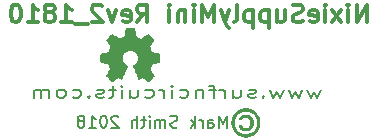
<source format=gbo>
G04 #@! TF.FileFunction,Legend,Bot*
%FSLAX46Y46*%
G04 Gerber Fmt 4.6, Leading zero omitted, Abs format (unit mm)*
G04 Created by KiCad (PCBNEW 4.0.6+dfsg1-1) date Wed Mar 14 23:58:12 2018*
%MOMM*%
%LPD*%
G01*
G04 APERTURE LIST*
%ADD10C,0.100000*%
%ADD11C,0.200000*%
%ADD12C,0.300000*%
%ADD13C,0.010000*%
%ADD14C,0.002540*%
G04 APERTURE END LIST*
D10*
D11*
X158622215Y-108465881D02*
X158622215Y-107465881D01*
X158288881Y-108180167D01*
X157955548Y-107465881D01*
X157955548Y-108465881D01*
X157050786Y-108465881D02*
X157050786Y-107942071D01*
X157098405Y-107846833D01*
X157193643Y-107799214D01*
X157384120Y-107799214D01*
X157479358Y-107846833D01*
X157050786Y-108418262D02*
X157146024Y-108465881D01*
X157384120Y-108465881D01*
X157479358Y-108418262D01*
X157526977Y-108323024D01*
X157526977Y-108227786D01*
X157479358Y-108132548D01*
X157384120Y-108084929D01*
X157146024Y-108084929D01*
X157050786Y-108037310D01*
X156574596Y-108465881D02*
X156574596Y-107799214D01*
X156574596Y-107989690D02*
X156526977Y-107894452D01*
X156479358Y-107846833D01*
X156384120Y-107799214D01*
X156288881Y-107799214D01*
X155955548Y-108465881D02*
X155955548Y-107465881D01*
X155860310Y-108084929D02*
X155574595Y-108465881D01*
X155574595Y-107799214D02*
X155955548Y-108180167D01*
X154431738Y-108418262D02*
X154288881Y-108465881D01*
X154050785Y-108465881D01*
X153955547Y-108418262D01*
X153907928Y-108370643D01*
X153860309Y-108275405D01*
X153860309Y-108180167D01*
X153907928Y-108084929D01*
X153955547Y-108037310D01*
X154050785Y-107989690D01*
X154241262Y-107942071D01*
X154336500Y-107894452D01*
X154384119Y-107846833D01*
X154431738Y-107751595D01*
X154431738Y-107656357D01*
X154384119Y-107561119D01*
X154336500Y-107513500D01*
X154241262Y-107465881D01*
X154003166Y-107465881D01*
X153860309Y-107513500D01*
X153431738Y-108465881D02*
X153431738Y-107799214D01*
X153431738Y-107894452D02*
X153384119Y-107846833D01*
X153288881Y-107799214D01*
X153146023Y-107799214D01*
X153050785Y-107846833D01*
X153003166Y-107942071D01*
X153003166Y-108465881D01*
X153003166Y-107942071D02*
X152955547Y-107846833D01*
X152860309Y-107799214D01*
X152717452Y-107799214D01*
X152622214Y-107846833D01*
X152574595Y-107942071D01*
X152574595Y-108465881D01*
X152098405Y-108465881D02*
X152098405Y-107799214D01*
X152098405Y-107465881D02*
X152146024Y-107513500D01*
X152098405Y-107561119D01*
X152050786Y-107513500D01*
X152098405Y-107465881D01*
X152098405Y-107561119D01*
X151765072Y-107799214D02*
X151384120Y-107799214D01*
X151622215Y-107465881D02*
X151622215Y-108323024D01*
X151574596Y-108418262D01*
X151479358Y-108465881D01*
X151384120Y-108465881D01*
X151050786Y-108465881D02*
X151050786Y-107465881D01*
X150622214Y-108465881D02*
X150622214Y-107942071D01*
X150669833Y-107846833D01*
X150765071Y-107799214D01*
X150907929Y-107799214D01*
X151003167Y-107846833D01*
X151050786Y-107894452D01*
X149431738Y-107561119D02*
X149384119Y-107513500D01*
X149288881Y-107465881D01*
X149050785Y-107465881D01*
X148955547Y-107513500D01*
X148907928Y-107561119D01*
X148860309Y-107656357D01*
X148860309Y-107751595D01*
X148907928Y-107894452D01*
X149479357Y-108465881D01*
X148860309Y-108465881D01*
X148241262Y-107465881D02*
X148146023Y-107465881D01*
X148050785Y-107513500D01*
X148003166Y-107561119D01*
X147955547Y-107656357D01*
X147907928Y-107846833D01*
X147907928Y-108084929D01*
X147955547Y-108275405D01*
X148003166Y-108370643D01*
X148050785Y-108418262D01*
X148146023Y-108465881D01*
X148241262Y-108465881D01*
X148336500Y-108418262D01*
X148384119Y-108370643D01*
X148431738Y-108275405D01*
X148479357Y-108084929D01*
X148479357Y-107846833D01*
X148431738Y-107656357D01*
X148384119Y-107561119D01*
X148336500Y-107513500D01*
X148241262Y-107465881D01*
X146955547Y-108465881D02*
X147526976Y-108465881D01*
X147241262Y-108465881D02*
X147241262Y-107465881D01*
X147336500Y-107608738D01*
X147431738Y-107703976D01*
X147526976Y-107751595D01*
X146384119Y-107894452D02*
X146479357Y-107846833D01*
X146526976Y-107799214D01*
X146574595Y-107703976D01*
X146574595Y-107656357D01*
X146526976Y-107561119D01*
X146479357Y-107513500D01*
X146384119Y-107465881D01*
X146193642Y-107465881D01*
X146098404Y-107513500D01*
X146050785Y-107561119D01*
X146003166Y-107656357D01*
X146003166Y-107703976D01*
X146050785Y-107799214D01*
X146098404Y-107846833D01*
X146193642Y-107894452D01*
X146384119Y-107894452D01*
X146479357Y-107942071D01*
X146526976Y-107989690D01*
X146574595Y-108084929D01*
X146574595Y-108275405D01*
X146526976Y-108370643D01*
X146479357Y-108418262D01*
X146384119Y-108465881D01*
X146193642Y-108465881D01*
X146098404Y-108418262D01*
X146050785Y-108370643D01*
X146003166Y-108275405D01*
X146003166Y-108084929D01*
X146050785Y-107989690D01*
X146098404Y-107942071D01*
X146193642Y-107894452D01*
X166582786Y-105259214D02*
X166297072Y-105925881D01*
X166011358Y-105449690D01*
X165725643Y-105925881D01*
X165439929Y-105259214D01*
X165011357Y-105259214D02*
X164725643Y-105925881D01*
X164439929Y-105449690D01*
X164154214Y-105925881D01*
X163868500Y-105259214D01*
X163439928Y-105259214D02*
X163154214Y-105925881D01*
X162868500Y-105449690D01*
X162582785Y-105925881D01*
X162297071Y-105259214D01*
X161725642Y-105830643D02*
X161654214Y-105878262D01*
X161725642Y-105925881D01*
X161797071Y-105878262D01*
X161725642Y-105830643D01*
X161725642Y-105925881D01*
X161082785Y-105878262D02*
X160939928Y-105925881D01*
X160654213Y-105925881D01*
X160511356Y-105878262D01*
X160439928Y-105783024D01*
X160439928Y-105735405D01*
X160511356Y-105640167D01*
X160654213Y-105592548D01*
X160868499Y-105592548D01*
X161011356Y-105544929D01*
X161082785Y-105449690D01*
X161082785Y-105402071D01*
X161011356Y-105306833D01*
X160868499Y-105259214D01*
X160654213Y-105259214D01*
X160511356Y-105306833D01*
X159154213Y-105259214D02*
X159154213Y-105925881D01*
X159797070Y-105259214D02*
X159797070Y-105783024D01*
X159725642Y-105878262D01*
X159582784Y-105925881D01*
X159368499Y-105925881D01*
X159225642Y-105878262D01*
X159154213Y-105830643D01*
X158439927Y-105925881D02*
X158439927Y-105259214D01*
X158439927Y-105449690D02*
X158368499Y-105354452D01*
X158297070Y-105306833D01*
X158154213Y-105259214D01*
X158011356Y-105259214D01*
X157725642Y-105259214D02*
X157154213Y-105259214D01*
X157511356Y-105925881D02*
X157511356Y-105068738D01*
X157439928Y-104973500D01*
X157297070Y-104925881D01*
X157154213Y-104925881D01*
X156654213Y-105259214D02*
X156654213Y-105925881D01*
X156654213Y-105354452D02*
X156582785Y-105306833D01*
X156439927Y-105259214D01*
X156225642Y-105259214D01*
X156082785Y-105306833D01*
X156011356Y-105402071D01*
X156011356Y-105925881D01*
X154654213Y-105878262D02*
X154797070Y-105925881D01*
X155082784Y-105925881D01*
X155225642Y-105878262D01*
X155297070Y-105830643D01*
X155368499Y-105735405D01*
X155368499Y-105449690D01*
X155297070Y-105354452D01*
X155225642Y-105306833D01*
X155082784Y-105259214D01*
X154797070Y-105259214D01*
X154654213Y-105306833D01*
X154011356Y-105925881D02*
X154011356Y-105259214D01*
X154011356Y-104925881D02*
X154082785Y-104973500D01*
X154011356Y-105021119D01*
X153939928Y-104973500D01*
X154011356Y-104925881D01*
X154011356Y-105021119D01*
X153297070Y-105925881D02*
X153297070Y-105259214D01*
X153297070Y-105449690D02*
X153225642Y-105354452D01*
X153154213Y-105306833D01*
X153011356Y-105259214D01*
X152868499Y-105259214D01*
X151725642Y-105878262D02*
X151868499Y-105925881D01*
X152154213Y-105925881D01*
X152297071Y-105878262D01*
X152368499Y-105830643D01*
X152439928Y-105735405D01*
X152439928Y-105449690D01*
X152368499Y-105354452D01*
X152297071Y-105306833D01*
X152154213Y-105259214D01*
X151868499Y-105259214D01*
X151725642Y-105306833D01*
X150439928Y-105259214D02*
X150439928Y-105925881D01*
X151082785Y-105259214D02*
X151082785Y-105783024D01*
X151011357Y-105878262D01*
X150868499Y-105925881D01*
X150654214Y-105925881D01*
X150511357Y-105878262D01*
X150439928Y-105830643D01*
X149725642Y-105925881D02*
X149725642Y-105259214D01*
X149725642Y-104925881D02*
X149797071Y-104973500D01*
X149725642Y-105021119D01*
X149654214Y-104973500D01*
X149725642Y-104925881D01*
X149725642Y-105021119D01*
X149225642Y-105259214D02*
X148654213Y-105259214D01*
X149011356Y-104925881D02*
X149011356Y-105783024D01*
X148939928Y-105878262D01*
X148797070Y-105925881D01*
X148654213Y-105925881D01*
X148225642Y-105878262D02*
X148082785Y-105925881D01*
X147797070Y-105925881D01*
X147654213Y-105878262D01*
X147582785Y-105783024D01*
X147582785Y-105735405D01*
X147654213Y-105640167D01*
X147797070Y-105592548D01*
X148011356Y-105592548D01*
X148154213Y-105544929D01*
X148225642Y-105449690D01*
X148225642Y-105402071D01*
X148154213Y-105306833D01*
X148011356Y-105259214D01*
X147797070Y-105259214D01*
X147654213Y-105306833D01*
X146939927Y-105830643D02*
X146868499Y-105878262D01*
X146939927Y-105925881D01*
X147011356Y-105878262D01*
X146939927Y-105830643D01*
X146939927Y-105925881D01*
X145582784Y-105878262D02*
X145725641Y-105925881D01*
X146011355Y-105925881D01*
X146154213Y-105878262D01*
X146225641Y-105830643D01*
X146297070Y-105735405D01*
X146297070Y-105449690D01*
X146225641Y-105354452D01*
X146154213Y-105306833D01*
X146011355Y-105259214D01*
X145725641Y-105259214D01*
X145582784Y-105306833D01*
X144725641Y-105925881D02*
X144868499Y-105878262D01*
X144939927Y-105830643D01*
X145011356Y-105735405D01*
X145011356Y-105449690D01*
X144939927Y-105354452D01*
X144868499Y-105306833D01*
X144725641Y-105259214D01*
X144511356Y-105259214D01*
X144368499Y-105306833D01*
X144297070Y-105354452D01*
X144225641Y-105449690D01*
X144225641Y-105735405D01*
X144297070Y-105830643D01*
X144368499Y-105878262D01*
X144511356Y-105925881D01*
X144725641Y-105925881D01*
X143582784Y-105925881D02*
X143582784Y-105259214D01*
X143582784Y-105354452D02*
X143511356Y-105306833D01*
X143368498Y-105259214D01*
X143154213Y-105259214D01*
X143011356Y-105306833D01*
X142939927Y-105402071D01*
X142939927Y-105925881D01*
X142939927Y-105402071D02*
X142868498Y-105306833D01*
X142725641Y-105259214D01*
X142511356Y-105259214D01*
X142368498Y-105306833D01*
X142297070Y-105402071D01*
X142297070Y-105925881D01*
D12*
X170483713Y-99548071D02*
X170483713Y-98048071D01*
X169626570Y-99548071D01*
X169626570Y-98048071D01*
X168912284Y-99548071D02*
X168912284Y-98548071D01*
X168912284Y-98048071D02*
X168983713Y-98119500D01*
X168912284Y-98190929D01*
X168840856Y-98119500D01*
X168912284Y-98048071D01*
X168912284Y-98190929D01*
X168340855Y-99548071D02*
X167555141Y-98548071D01*
X168340855Y-98548071D02*
X167555141Y-99548071D01*
X166983712Y-99548071D02*
X166983712Y-98548071D01*
X166983712Y-98048071D02*
X167055141Y-98119500D01*
X166983712Y-98190929D01*
X166912284Y-98119500D01*
X166983712Y-98048071D01*
X166983712Y-98190929D01*
X165697998Y-99476643D02*
X165840855Y-99548071D01*
X166126569Y-99548071D01*
X166269426Y-99476643D01*
X166340855Y-99333786D01*
X166340855Y-98762357D01*
X166269426Y-98619500D01*
X166126569Y-98548071D01*
X165840855Y-98548071D01*
X165697998Y-98619500D01*
X165626569Y-98762357D01*
X165626569Y-98905214D01*
X166340855Y-99048071D01*
X165055141Y-99476643D02*
X164840855Y-99548071D01*
X164483712Y-99548071D01*
X164340855Y-99476643D01*
X164269426Y-99405214D01*
X164197998Y-99262357D01*
X164197998Y-99119500D01*
X164269426Y-98976643D01*
X164340855Y-98905214D01*
X164483712Y-98833786D01*
X164769426Y-98762357D01*
X164912284Y-98690929D01*
X164983712Y-98619500D01*
X165055141Y-98476643D01*
X165055141Y-98333786D01*
X164983712Y-98190929D01*
X164912284Y-98119500D01*
X164769426Y-98048071D01*
X164412284Y-98048071D01*
X164197998Y-98119500D01*
X162912284Y-98548071D02*
X162912284Y-99548071D01*
X163555141Y-98548071D02*
X163555141Y-99333786D01*
X163483713Y-99476643D01*
X163340855Y-99548071D01*
X163126570Y-99548071D01*
X162983713Y-99476643D01*
X162912284Y-99405214D01*
X162197998Y-98548071D02*
X162197998Y-100048071D01*
X162197998Y-98619500D02*
X162055141Y-98548071D01*
X161769427Y-98548071D01*
X161626570Y-98619500D01*
X161555141Y-98690929D01*
X161483712Y-98833786D01*
X161483712Y-99262357D01*
X161555141Y-99405214D01*
X161626570Y-99476643D01*
X161769427Y-99548071D01*
X162055141Y-99548071D01*
X162197998Y-99476643D01*
X160840855Y-98548071D02*
X160840855Y-100048071D01*
X160840855Y-98619500D02*
X160697998Y-98548071D01*
X160412284Y-98548071D01*
X160269427Y-98619500D01*
X160197998Y-98690929D01*
X160126569Y-98833786D01*
X160126569Y-99262357D01*
X160197998Y-99405214D01*
X160269427Y-99476643D01*
X160412284Y-99548071D01*
X160697998Y-99548071D01*
X160840855Y-99476643D01*
X159269426Y-99548071D02*
X159412284Y-99476643D01*
X159483712Y-99333786D01*
X159483712Y-98048071D01*
X158840855Y-98548071D02*
X158483712Y-99548071D01*
X158126570Y-98548071D02*
X158483712Y-99548071D01*
X158626570Y-99905214D01*
X158697998Y-99976643D01*
X158840855Y-100048071D01*
X157555141Y-99548071D02*
X157555141Y-98048071D01*
X157055141Y-99119500D01*
X156555141Y-98048071D01*
X156555141Y-99548071D01*
X155840855Y-99548071D02*
X155840855Y-98548071D01*
X155840855Y-98048071D02*
X155912284Y-98119500D01*
X155840855Y-98190929D01*
X155769427Y-98119500D01*
X155840855Y-98048071D01*
X155840855Y-98190929D01*
X155126569Y-98548071D02*
X155126569Y-99548071D01*
X155126569Y-98690929D02*
X155055141Y-98619500D01*
X154912283Y-98548071D01*
X154697998Y-98548071D01*
X154555141Y-98619500D01*
X154483712Y-98762357D01*
X154483712Y-99548071D01*
X153769426Y-99548071D02*
X153769426Y-98548071D01*
X153769426Y-98048071D02*
X153840855Y-98119500D01*
X153769426Y-98190929D01*
X153697998Y-98119500D01*
X153769426Y-98048071D01*
X153769426Y-98190929D01*
X151055140Y-99548071D02*
X151555140Y-98833786D01*
X151912283Y-99548071D02*
X151912283Y-98048071D01*
X151340855Y-98048071D01*
X151197997Y-98119500D01*
X151126569Y-98190929D01*
X151055140Y-98333786D01*
X151055140Y-98548071D01*
X151126569Y-98690929D01*
X151197997Y-98762357D01*
X151340855Y-98833786D01*
X151912283Y-98833786D01*
X149840855Y-99476643D02*
X149983712Y-99548071D01*
X150269426Y-99548071D01*
X150412283Y-99476643D01*
X150483712Y-99333786D01*
X150483712Y-98762357D01*
X150412283Y-98619500D01*
X150269426Y-98548071D01*
X149983712Y-98548071D01*
X149840855Y-98619500D01*
X149769426Y-98762357D01*
X149769426Y-98905214D01*
X150483712Y-99048071D01*
X149269426Y-98548071D02*
X148912283Y-99548071D01*
X148555141Y-98548071D01*
X148055141Y-98190929D02*
X147983712Y-98119500D01*
X147840855Y-98048071D01*
X147483712Y-98048071D01*
X147340855Y-98119500D01*
X147269426Y-98190929D01*
X147197998Y-98333786D01*
X147197998Y-98476643D01*
X147269426Y-98690929D01*
X148126569Y-99548071D01*
X147197998Y-99548071D01*
X146912284Y-99690929D02*
X145769427Y-99690929D01*
X144626570Y-99548071D02*
X145483713Y-99548071D01*
X145055141Y-99548071D02*
X145055141Y-98048071D01*
X145197998Y-98262357D01*
X145340856Y-98405214D01*
X145483713Y-98476643D01*
X143769427Y-98690929D02*
X143912285Y-98619500D01*
X143983713Y-98548071D01*
X144055142Y-98405214D01*
X144055142Y-98333786D01*
X143983713Y-98190929D01*
X143912285Y-98119500D01*
X143769427Y-98048071D01*
X143483713Y-98048071D01*
X143340856Y-98119500D01*
X143269427Y-98190929D01*
X143197999Y-98333786D01*
X143197999Y-98405214D01*
X143269427Y-98548071D01*
X143340856Y-98619500D01*
X143483713Y-98690929D01*
X143769427Y-98690929D01*
X143912285Y-98762357D01*
X143983713Y-98833786D01*
X144055142Y-98976643D01*
X144055142Y-99262357D01*
X143983713Y-99405214D01*
X143912285Y-99476643D01*
X143769427Y-99548071D01*
X143483713Y-99548071D01*
X143340856Y-99476643D01*
X143269427Y-99405214D01*
X143197999Y-99262357D01*
X143197999Y-98976643D01*
X143269427Y-98833786D01*
X143340856Y-98762357D01*
X143483713Y-98690929D01*
X141769428Y-99548071D02*
X142626571Y-99548071D01*
X142197999Y-99548071D02*
X142197999Y-98048071D01*
X142340856Y-98262357D01*
X142483714Y-98405214D01*
X142626571Y-98476643D01*
X140840857Y-98048071D02*
X140698000Y-98048071D01*
X140555143Y-98119500D01*
X140483714Y-98190929D01*
X140412285Y-98333786D01*
X140340857Y-98619500D01*
X140340857Y-98976643D01*
X140412285Y-99262357D01*
X140483714Y-99405214D01*
X140555143Y-99476643D01*
X140698000Y-99548071D01*
X140840857Y-99548071D01*
X140983714Y-99476643D01*
X141055143Y-99405214D01*
X141126571Y-99262357D01*
X141198000Y-98976643D01*
X141198000Y-98619500D01*
X141126571Y-98333786D01*
X141055143Y-98190929D01*
X140983714Y-98119500D01*
X140840857Y-98048071D01*
D13*
G36*
X160156083Y-106836083D02*
X160082866Y-106838580D01*
X160016419Y-106843378D01*
X159960670Y-106850501D01*
X159941214Y-106854229D01*
X159908600Y-106863099D01*
X159865146Y-106877393D01*
X159815395Y-106895460D01*
X159763891Y-106915651D01*
X159715200Y-106936306D01*
X159680305Y-106952814D01*
X159639919Y-106973489D01*
X159597681Y-106996286D01*
X159557233Y-107019162D01*
X159522215Y-107040073D01*
X159496269Y-107056975D01*
X159485616Y-107065180D01*
X159474375Y-107074962D01*
X159454848Y-107091653D01*
X159436077Y-107107567D01*
X159345411Y-107194192D01*
X159262320Y-107293696D01*
X159189282Y-107402811D01*
X159135044Y-107504712D01*
X159087616Y-107615547D01*
X159053081Y-107720220D01*
X159030530Y-107822377D01*
X159019053Y-107925664D01*
X159017211Y-107976548D01*
X159016315Y-108017096D01*
X159014917Y-108051951D01*
X159013211Y-108077327D01*
X159011446Y-108089307D01*
X159011511Y-108102077D01*
X159014072Y-108105010D01*
X159017936Y-108115297D01*
X159019897Y-108136597D01*
X159019907Y-108150316D01*
X159020818Y-108176572D01*
X159024448Y-108196330D01*
X159026920Y-108201513D01*
X159031837Y-108214464D01*
X159030774Y-108218710D01*
X159029712Y-108232241D01*
X159033539Y-108258466D01*
X159041463Y-108294127D01*
X159052696Y-108335964D01*
X159066447Y-108380718D01*
X159078591Y-108416047D01*
X159118484Y-108513802D01*
X159167474Y-108613865D01*
X159221435Y-108707962D01*
X159233936Y-108727614D01*
X159275280Y-108783838D01*
X159327697Y-108843758D01*
X159387152Y-108903418D01*
X159449614Y-108958863D01*
X159511047Y-109006136D01*
X159533036Y-109020974D01*
X159590881Y-109055629D01*
X159657286Y-109091059D01*
X159726742Y-109124610D01*
X159793740Y-109153626D01*
X159852769Y-109175451D01*
X159854900Y-109176141D01*
X159960946Y-109203439D01*
X160075791Y-109220801D01*
X160194287Y-109227896D01*
X160311284Y-109224388D01*
X160409872Y-109212097D01*
X160500112Y-109191292D01*
X160599063Y-109159473D01*
X160703568Y-109117703D01*
X160745199Y-109098923D01*
X160835465Y-109052108D01*
X160915087Y-108999873D01*
X160989433Y-108938915D01*
X161015026Y-108915840D01*
X161036013Y-108896928D01*
X161049060Y-108885182D01*
X161051276Y-108883193D01*
X161093315Y-108840505D01*
X161138460Y-108785852D01*
X161183960Y-108723158D01*
X161227064Y-108656344D01*
X161265021Y-108589335D01*
X161283586Y-108551941D01*
X161307702Y-108498920D01*
X161326311Y-108453816D01*
X161341126Y-108411360D01*
X161353863Y-108366284D01*
X161366236Y-108313321D01*
X161375335Y-108270018D01*
X161385149Y-108218893D01*
X161391781Y-108174883D01*
X161395799Y-108131960D01*
X161397496Y-108090715D01*
X161199884Y-108090715D01*
X161198149Y-108126038D01*
X161194115Y-108160777D01*
X161187389Y-108200368D01*
X161180919Y-108233634D01*
X161170058Y-108286622D01*
X161160638Y-108327515D01*
X161151132Y-108360889D01*
X161140012Y-108391321D01*
X161125750Y-108423387D01*
X161106820Y-108461663D01*
X161100995Y-108473099D01*
X161060226Y-108548351D01*
X161020116Y-108611962D01*
X160977236Y-108668721D01*
X160928156Y-108723421D01*
X160905300Y-108746508D01*
X160808713Y-108829967D01*
X160701548Y-108900548D01*
X160584830Y-108957713D01*
X160459579Y-109000920D01*
X160392533Y-109017453D01*
X160328493Y-109027284D01*
X160254299Y-109032307D01*
X160176031Y-109032527D01*
X160099769Y-109027949D01*
X160031594Y-109018579D01*
X160024233Y-109017130D01*
X159974681Y-109006416D01*
X159931479Y-108995400D01*
X159891518Y-108982795D01*
X159851683Y-108967315D01*
X159808865Y-108947675D01*
X159759951Y-108922588D01*
X159701830Y-108890767D01*
X159655933Y-108864895D01*
X159586634Y-108817679D01*
X159518166Y-108756188D01*
X159452488Y-108683044D01*
X159391563Y-108600869D01*
X159337350Y-108512282D01*
X159291810Y-108419906D01*
X159259713Y-108335234D01*
X159239251Y-108266478D01*
X159225345Y-108205082D01*
X159217197Y-108145104D01*
X159214006Y-108080600D01*
X159214976Y-108005626D01*
X159215066Y-108003004D01*
X159217309Y-107954019D01*
X159220413Y-107906980D01*
X159224015Y-107866422D01*
X159227750Y-107836877D01*
X159228863Y-107830741D01*
X159254130Y-107736687D01*
X159291165Y-107639599D01*
X159337789Y-107543584D01*
X159391823Y-107452746D01*
X159451088Y-107371193D01*
X159504119Y-107312069D01*
X159563618Y-107259626D01*
X159635108Y-107207477D01*
X159713986Y-107158308D01*
X159795649Y-107114804D01*
X159875493Y-107079650D01*
X159939566Y-107058041D01*
X159997341Y-107045355D01*
X160065853Y-107035715D01*
X160139921Y-107029408D01*
X160214364Y-107026718D01*
X160284001Y-107027932D01*
X160343653Y-107033335D01*
X160354995Y-107035127D01*
X160387486Y-107040464D01*
X160418345Y-107045039D01*
X160430633Y-107046639D01*
X160469466Y-107054972D01*
X160518909Y-107071270D01*
X160575541Y-107094021D01*
X160635943Y-107121709D01*
X160696692Y-107152822D01*
X160754368Y-107185845D01*
X160776526Y-107199709D01*
X160861008Y-107263443D01*
X160939698Y-107341162D01*
X161010947Y-107430433D01*
X161073108Y-107528822D01*
X161124532Y-107633897D01*
X161163572Y-107743225D01*
X161175716Y-107789134D01*
X161182247Y-107817458D01*
X161187025Y-107841344D01*
X161190471Y-107864702D01*
X161193004Y-107891441D01*
X161195046Y-107925473D01*
X161197018Y-107970707D01*
X161198025Y-107996567D01*
X161199711Y-108049371D01*
X161199884Y-108090715D01*
X161397496Y-108090715D01*
X161397769Y-108084098D01*
X161398258Y-108026200D01*
X161396522Y-107942679D01*
X161391495Y-107874042D01*
X161384509Y-107827234D01*
X161377552Y-107792232D01*
X161371525Y-107761063D01*
X161367549Y-107739538D01*
X161367108Y-107736960D01*
X161360513Y-107712410D01*
X161353897Y-107696743D01*
X161348116Y-107683277D01*
X161348464Y-107679067D01*
X161348653Y-107671890D01*
X161343410Y-107652716D01*
X161334038Y-107625085D01*
X161321843Y-107592535D01*
X161308130Y-107558606D01*
X161294204Y-107526836D01*
X161286015Y-107509734D01*
X161216819Y-107385966D01*
X161139705Y-107276088D01*
X161053021Y-107178256D01*
X160955116Y-107090630D01*
X160844340Y-107011368D01*
X160832599Y-107003899D01*
X160782642Y-106975479D01*
X160721696Y-106945477D01*
X160655082Y-106916143D01*
X160588123Y-106889730D01*
X160526140Y-106868490D01*
X160486259Y-106857343D01*
X160438103Y-106848667D01*
X160377079Y-106842180D01*
X160307117Y-106837906D01*
X160232142Y-106835866D01*
X160156083Y-106836083D01*
X160156083Y-106836083D01*
G37*
X160156083Y-106836083D02*
X160082866Y-106838580D01*
X160016419Y-106843378D01*
X159960670Y-106850501D01*
X159941214Y-106854229D01*
X159908600Y-106863099D01*
X159865146Y-106877393D01*
X159815395Y-106895460D01*
X159763891Y-106915651D01*
X159715200Y-106936306D01*
X159680305Y-106952814D01*
X159639919Y-106973489D01*
X159597681Y-106996286D01*
X159557233Y-107019162D01*
X159522215Y-107040073D01*
X159496269Y-107056975D01*
X159485616Y-107065180D01*
X159474375Y-107074962D01*
X159454848Y-107091653D01*
X159436077Y-107107567D01*
X159345411Y-107194192D01*
X159262320Y-107293696D01*
X159189282Y-107402811D01*
X159135044Y-107504712D01*
X159087616Y-107615547D01*
X159053081Y-107720220D01*
X159030530Y-107822377D01*
X159019053Y-107925664D01*
X159017211Y-107976548D01*
X159016315Y-108017096D01*
X159014917Y-108051951D01*
X159013211Y-108077327D01*
X159011446Y-108089307D01*
X159011511Y-108102077D01*
X159014072Y-108105010D01*
X159017936Y-108115297D01*
X159019897Y-108136597D01*
X159019907Y-108150316D01*
X159020818Y-108176572D01*
X159024448Y-108196330D01*
X159026920Y-108201513D01*
X159031837Y-108214464D01*
X159030774Y-108218710D01*
X159029712Y-108232241D01*
X159033539Y-108258466D01*
X159041463Y-108294127D01*
X159052696Y-108335964D01*
X159066447Y-108380718D01*
X159078591Y-108416047D01*
X159118484Y-108513802D01*
X159167474Y-108613865D01*
X159221435Y-108707962D01*
X159233936Y-108727614D01*
X159275280Y-108783838D01*
X159327697Y-108843758D01*
X159387152Y-108903418D01*
X159449614Y-108958863D01*
X159511047Y-109006136D01*
X159533036Y-109020974D01*
X159590881Y-109055629D01*
X159657286Y-109091059D01*
X159726742Y-109124610D01*
X159793740Y-109153626D01*
X159852769Y-109175451D01*
X159854900Y-109176141D01*
X159960946Y-109203439D01*
X160075791Y-109220801D01*
X160194287Y-109227896D01*
X160311284Y-109224388D01*
X160409872Y-109212097D01*
X160500112Y-109191292D01*
X160599063Y-109159473D01*
X160703568Y-109117703D01*
X160745199Y-109098923D01*
X160835465Y-109052108D01*
X160915087Y-108999873D01*
X160989433Y-108938915D01*
X161015026Y-108915840D01*
X161036013Y-108896928D01*
X161049060Y-108885182D01*
X161051276Y-108883193D01*
X161093315Y-108840505D01*
X161138460Y-108785852D01*
X161183960Y-108723158D01*
X161227064Y-108656344D01*
X161265021Y-108589335D01*
X161283586Y-108551941D01*
X161307702Y-108498920D01*
X161326311Y-108453816D01*
X161341126Y-108411360D01*
X161353863Y-108366284D01*
X161366236Y-108313321D01*
X161375335Y-108270018D01*
X161385149Y-108218893D01*
X161391781Y-108174883D01*
X161395799Y-108131960D01*
X161397496Y-108090715D01*
X161199884Y-108090715D01*
X161198149Y-108126038D01*
X161194115Y-108160777D01*
X161187389Y-108200368D01*
X161180919Y-108233634D01*
X161170058Y-108286622D01*
X161160638Y-108327515D01*
X161151132Y-108360889D01*
X161140012Y-108391321D01*
X161125750Y-108423387D01*
X161106820Y-108461663D01*
X161100995Y-108473099D01*
X161060226Y-108548351D01*
X161020116Y-108611962D01*
X160977236Y-108668721D01*
X160928156Y-108723421D01*
X160905300Y-108746508D01*
X160808713Y-108829967D01*
X160701548Y-108900548D01*
X160584830Y-108957713D01*
X160459579Y-109000920D01*
X160392533Y-109017453D01*
X160328493Y-109027284D01*
X160254299Y-109032307D01*
X160176031Y-109032527D01*
X160099769Y-109027949D01*
X160031594Y-109018579D01*
X160024233Y-109017130D01*
X159974681Y-109006416D01*
X159931479Y-108995400D01*
X159891518Y-108982795D01*
X159851683Y-108967315D01*
X159808865Y-108947675D01*
X159759951Y-108922588D01*
X159701830Y-108890767D01*
X159655933Y-108864895D01*
X159586634Y-108817679D01*
X159518166Y-108756188D01*
X159452488Y-108683044D01*
X159391563Y-108600869D01*
X159337350Y-108512282D01*
X159291810Y-108419906D01*
X159259713Y-108335234D01*
X159239251Y-108266478D01*
X159225345Y-108205082D01*
X159217197Y-108145104D01*
X159214006Y-108080600D01*
X159214976Y-108005626D01*
X159215066Y-108003004D01*
X159217309Y-107954019D01*
X159220413Y-107906980D01*
X159224015Y-107866422D01*
X159227750Y-107836877D01*
X159228863Y-107830741D01*
X159254130Y-107736687D01*
X159291165Y-107639599D01*
X159337789Y-107543584D01*
X159391823Y-107452746D01*
X159451088Y-107371193D01*
X159504119Y-107312069D01*
X159563618Y-107259626D01*
X159635108Y-107207477D01*
X159713986Y-107158308D01*
X159795649Y-107114804D01*
X159875493Y-107079650D01*
X159939566Y-107058041D01*
X159997341Y-107045355D01*
X160065853Y-107035715D01*
X160139921Y-107029408D01*
X160214364Y-107026718D01*
X160284001Y-107027932D01*
X160343653Y-107033335D01*
X160354995Y-107035127D01*
X160387486Y-107040464D01*
X160418345Y-107045039D01*
X160430633Y-107046639D01*
X160469466Y-107054972D01*
X160518909Y-107071270D01*
X160575541Y-107094021D01*
X160635943Y-107121709D01*
X160696692Y-107152822D01*
X160754368Y-107185845D01*
X160776526Y-107199709D01*
X160861008Y-107263443D01*
X160939698Y-107341162D01*
X161010947Y-107430433D01*
X161073108Y-107528822D01*
X161124532Y-107633897D01*
X161163572Y-107743225D01*
X161175716Y-107789134D01*
X161182247Y-107817458D01*
X161187025Y-107841344D01*
X161190471Y-107864702D01*
X161193004Y-107891441D01*
X161195046Y-107925473D01*
X161197018Y-107970707D01*
X161198025Y-107996567D01*
X161199711Y-108049371D01*
X161199884Y-108090715D01*
X161397496Y-108090715D01*
X161397769Y-108084098D01*
X161398258Y-108026200D01*
X161396522Y-107942679D01*
X161391495Y-107874042D01*
X161384509Y-107827234D01*
X161377552Y-107792232D01*
X161371525Y-107761063D01*
X161367549Y-107739538D01*
X161367108Y-107736960D01*
X161360513Y-107712410D01*
X161353897Y-107696743D01*
X161348116Y-107683277D01*
X161348464Y-107679067D01*
X161348653Y-107671890D01*
X161343410Y-107652716D01*
X161334038Y-107625085D01*
X161321843Y-107592535D01*
X161308130Y-107558606D01*
X161294204Y-107526836D01*
X161286015Y-107509734D01*
X161216819Y-107385966D01*
X161139705Y-107276088D01*
X161053021Y-107178256D01*
X160955116Y-107090630D01*
X160844340Y-107011368D01*
X160832599Y-107003899D01*
X160782642Y-106975479D01*
X160721696Y-106945477D01*
X160655082Y-106916143D01*
X160588123Y-106889730D01*
X160526140Y-106868490D01*
X160486259Y-106857343D01*
X160438103Y-106848667D01*
X160377079Y-106842180D01*
X160307117Y-106837906D01*
X160232142Y-106835866D01*
X160156083Y-106836083D01*
G36*
X160095635Y-107361796D02*
X160047112Y-107368873D01*
X159958040Y-107395702D01*
X159876331Y-107437263D01*
X159803478Y-107492407D01*
X159740973Y-107559981D01*
X159690309Y-107638837D01*
X159685991Y-107647220D01*
X159670502Y-107678889D01*
X159658933Y-107704398D01*
X159652760Y-107720376D01*
X159652308Y-107724034D01*
X159661951Y-107727577D01*
X159683674Y-107734067D01*
X159713133Y-107742330D01*
X159745985Y-107751193D01*
X159777884Y-107759483D01*
X159804488Y-107766028D01*
X159821033Y-107769584D01*
X159834101Y-107769620D01*
X159845064Y-107762357D01*
X159857410Y-107744631D01*
X159866604Y-107728264D01*
X159910988Y-107662911D01*
X159965792Y-107610814D01*
X160030537Y-107572270D01*
X160104742Y-107547577D01*
X160174156Y-107537748D01*
X160238197Y-107537527D01*
X160298226Y-107544852D01*
X160350196Y-107558951D01*
X160389607Y-107578738D01*
X160406526Y-107589567D01*
X160416785Y-107594385D01*
X160417026Y-107594400D01*
X160429824Y-107600518D01*
X160449986Y-107616732D01*
X160474407Y-107639830D01*
X160499977Y-107666601D01*
X160523591Y-107693835D01*
X160542140Y-107718320D01*
X160550606Y-107732427D01*
X160572514Y-107779677D01*
X160585312Y-107813622D01*
X160588636Y-107827234D01*
X160592219Y-107845254D01*
X160598153Y-107871909D01*
X160601579Y-107886500D01*
X160607303Y-107922884D01*
X160610712Y-107971131D01*
X160611862Y-108026335D01*
X160610810Y-108083593D01*
X160607613Y-108138002D01*
X160602327Y-108184656D01*
X160597862Y-108208234D01*
X160584035Y-108261916D01*
X160570421Y-108303462D01*
X160555137Y-108337537D01*
X160536300Y-108368807D01*
X160528591Y-108379852D01*
X160478302Y-108435958D01*
X160417849Y-108478612D01*
X160347536Y-108507675D01*
X160267665Y-108523007D01*
X160213430Y-108525555D01*
X160130011Y-108517765D01*
X160053541Y-108495326D01*
X159985304Y-108459014D01*
X159926583Y-108409609D01*
X159878659Y-108347887D01*
X159857897Y-108310073D01*
X159844307Y-108280495D01*
X159834261Y-108256101D01*
X159829618Y-108241459D01*
X159829500Y-108240223D01*
X159825154Y-108232158D01*
X159810733Y-108230194D01*
X159784165Y-108234365D01*
X159755416Y-108241435D01*
X159730977Y-108247437D01*
X159714832Y-108250438D01*
X159710966Y-108250233D01*
X159704069Y-108251232D01*
X159686795Y-108257385D01*
X159679216Y-108260464D01*
X159658901Y-108268536D01*
X159646660Y-108272611D01*
X159645350Y-108272732D01*
X159636230Y-108272545D01*
X159634598Y-108284902D01*
X159640414Y-108310968D01*
X159643704Y-108321951D01*
X159654435Y-108352429D01*
X159668152Y-108385863D01*
X159683068Y-108418543D01*
X159697397Y-108446758D01*
X159709351Y-108466801D01*
X159717143Y-108474961D01*
X159717438Y-108474992D01*
X159725484Y-108481442D01*
X159738547Y-108497656D01*
X159744833Y-108506659D01*
X159764589Y-108532283D01*
X159786623Y-108555596D01*
X159791023Y-108559518D01*
X159813932Y-108579382D01*
X159835374Y-108598587D01*
X159836417Y-108599546D01*
X159855785Y-108614486D01*
X159872777Y-108623400D01*
X159885943Y-108630687D01*
X159888766Y-108635631D01*
X159896331Y-108642415D01*
X159916663Y-108652420D01*
X159946216Y-108664320D01*
X159981445Y-108676792D01*
X160018806Y-108688509D01*
X160054754Y-108698146D01*
X160058100Y-108698936D01*
X160090483Y-108704103D01*
X160134384Y-108707937D01*
X160184427Y-108710285D01*
X160235237Y-108710991D01*
X160281440Y-108709904D01*
X160317661Y-108706869D01*
X160320566Y-108706446D01*
X160363229Y-108697587D01*
X160411691Y-108683941D01*
X160459862Y-108667526D01*
X160501651Y-108650365D01*
X160523766Y-108639035D01*
X160600533Y-108584985D01*
X160670557Y-108517653D01*
X160707658Y-108472450D01*
X160727682Y-108444956D01*
X160743070Y-108422438D01*
X160751479Y-108408388D01*
X160752366Y-108405847D01*
X160755817Y-108395228D01*
X160764842Y-108374131D01*
X160776816Y-108348530D01*
X160788784Y-108322562D01*
X160796500Y-108303328D01*
X160798295Y-108295084D01*
X160798763Y-108286014D01*
X160803066Y-108265668D01*
X160808220Y-108245940D01*
X160815858Y-108207610D01*
X160821585Y-108156864D01*
X160825302Y-108098124D01*
X160826911Y-108035811D01*
X160826313Y-107974345D01*
X160823409Y-107918148D01*
X160818101Y-107871640D01*
X160816746Y-107863907D01*
X160808731Y-107825983D01*
X160799756Y-107790422D01*
X160791452Y-107763535D01*
X160789518Y-107758537D01*
X160780116Y-107733969D01*
X160773779Y-107713695D01*
X160773087Y-107710618D01*
X160763443Y-107683790D01*
X160744499Y-107648804D01*
X160718844Y-107609560D01*
X160689066Y-107569956D01*
X160657756Y-107533894D01*
X160651340Y-107527249D01*
X160587076Y-107472420D01*
X160511091Y-107426852D01*
X160421749Y-107389598D01*
X160401000Y-107382698D01*
X160351999Y-107371098D01*
X160291675Y-107363001D01*
X160225316Y-107358614D01*
X160158207Y-107358144D01*
X160095635Y-107361796D01*
X160095635Y-107361796D01*
G37*
X160095635Y-107361796D02*
X160047112Y-107368873D01*
X159958040Y-107395702D01*
X159876331Y-107437263D01*
X159803478Y-107492407D01*
X159740973Y-107559981D01*
X159690309Y-107638837D01*
X159685991Y-107647220D01*
X159670502Y-107678889D01*
X159658933Y-107704398D01*
X159652760Y-107720376D01*
X159652308Y-107724034D01*
X159661951Y-107727577D01*
X159683674Y-107734067D01*
X159713133Y-107742330D01*
X159745985Y-107751193D01*
X159777884Y-107759483D01*
X159804488Y-107766028D01*
X159821033Y-107769584D01*
X159834101Y-107769620D01*
X159845064Y-107762357D01*
X159857410Y-107744631D01*
X159866604Y-107728264D01*
X159910988Y-107662911D01*
X159965792Y-107610814D01*
X160030537Y-107572270D01*
X160104742Y-107547577D01*
X160174156Y-107537748D01*
X160238197Y-107537527D01*
X160298226Y-107544852D01*
X160350196Y-107558951D01*
X160389607Y-107578738D01*
X160406526Y-107589567D01*
X160416785Y-107594385D01*
X160417026Y-107594400D01*
X160429824Y-107600518D01*
X160449986Y-107616732D01*
X160474407Y-107639830D01*
X160499977Y-107666601D01*
X160523591Y-107693835D01*
X160542140Y-107718320D01*
X160550606Y-107732427D01*
X160572514Y-107779677D01*
X160585312Y-107813622D01*
X160588636Y-107827234D01*
X160592219Y-107845254D01*
X160598153Y-107871909D01*
X160601579Y-107886500D01*
X160607303Y-107922884D01*
X160610712Y-107971131D01*
X160611862Y-108026335D01*
X160610810Y-108083593D01*
X160607613Y-108138002D01*
X160602327Y-108184656D01*
X160597862Y-108208234D01*
X160584035Y-108261916D01*
X160570421Y-108303462D01*
X160555137Y-108337537D01*
X160536300Y-108368807D01*
X160528591Y-108379852D01*
X160478302Y-108435958D01*
X160417849Y-108478612D01*
X160347536Y-108507675D01*
X160267665Y-108523007D01*
X160213430Y-108525555D01*
X160130011Y-108517765D01*
X160053541Y-108495326D01*
X159985304Y-108459014D01*
X159926583Y-108409609D01*
X159878659Y-108347887D01*
X159857897Y-108310073D01*
X159844307Y-108280495D01*
X159834261Y-108256101D01*
X159829618Y-108241459D01*
X159829500Y-108240223D01*
X159825154Y-108232158D01*
X159810733Y-108230194D01*
X159784165Y-108234365D01*
X159755416Y-108241435D01*
X159730977Y-108247437D01*
X159714832Y-108250438D01*
X159710966Y-108250233D01*
X159704069Y-108251232D01*
X159686795Y-108257385D01*
X159679216Y-108260464D01*
X159658901Y-108268536D01*
X159646660Y-108272611D01*
X159645350Y-108272732D01*
X159636230Y-108272545D01*
X159634598Y-108284902D01*
X159640414Y-108310968D01*
X159643704Y-108321951D01*
X159654435Y-108352429D01*
X159668152Y-108385863D01*
X159683068Y-108418543D01*
X159697397Y-108446758D01*
X159709351Y-108466801D01*
X159717143Y-108474961D01*
X159717438Y-108474992D01*
X159725484Y-108481442D01*
X159738547Y-108497656D01*
X159744833Y-108506659D01*
X159764589Y-108532283D01*
X159786623Y-108555596D01*
X159791023Y-108559518D01*
X159813932Y-108579382D01*
X159835374Y-108598587D01*
X159836417Y-108599546D01*
X159855785Y-108614486D01*
X159872777Y-108623400D01*
X159885943Y-108630687D01*
X159888766Y-108635631D01*
X159896331Y-108642415D01*
X159916663Y-108652420D01*
X159946216Y-108664320D01*
X159981445Y-108676792D01*
X160018806Y-108688509D01*
X160054754Y-108698146D01*
X160058100Y-108698936D01*
X160090483Y-108704103D01*
X160134384Y-108707937D01*
X160184427Y-108710285D01*
X160235237Y-108710991D01*
X160281440Y-108709904D01*
X160317661Y-108706869D01*
X160320566Y-108706446D01*
X160363229Y-108697587D01*
X160411691Y-108683941D01*
X160459862Y-108667526D01*
X160501651Y-108650365D01*
X160523766Y-108639035D01*
X160600533Y-108584985D01*
X160670557Y-108517653D01*
X160707658Y-108472450D01*
X160727682Y-108444956D01*
X160743070Y-108422438D01*
X160751479Y-108408388D01*
X160752366Y-108405847D01*
X160755817Y-108395228D01*
X160764842Y-108374131D01*
X160776816Y-108348530D01*
X160788784Y-108322562D01*
X160796500Y-108303328D01*
X160798295Y-108295084D01*
X160798763Y-108286014D01*
X160803066Y-108265668D01*
X160808220Y-108245940D01*
X160815858Y-108207610D01*
X160821585Y-108156864D01*
X160825302Y-108098124D01*
X160826911Y-108035811D01*
X160826313Y-107974345D01*
X160823409Y-107918148D01*
X160818101Y-107871640D01*
X160816746Y-107863907D01*
X160808731Y-107825983D01*
X160799756Y-107790422D01*
X160791452Y-107763535D01*
X160789518Y-107758537D01*
X160780116Y-107733969D01*
X160773779Y-107713695D01*
X160773087Y-107710618D01*
X160763443Y-107683790D01*
X160744499Y-107648804D01*
X160718844Y-107609560D01*
X160689066Y-107569956D01*
X160657756Y-107533894D01*
X160651340Y-107527249D01*
X160587076Y-107472420D01*
X160511091Y-107426852D01*
X160421749Y-107389598D01*
X160401000Y-107382698D01*
X160351999Y-107371098D01*
X160291675Y-107363001D01*
X160225316Y-107358614D01*
X160158207Y-107358144D01*
X160095635Y-107361796D01*
D14*
G36*
X151945340Y-104543860D02*
X151919940Y-104528620D01*
X151861520Y-104493060D01*
X151777700Y-104437180D01*
X151678640Y-104371140D01*
X151579580Y-104305100D01*
X151498300Y-104251760D01*
X151442420Y-104213660D01*
X151417020Y-104200960D01*
X151404320Y-104206040D01*
X151358600Y-104228900D01*
X151290020Y-104264460D01*
X151249380Y-104284780D01*
X151188420Y-104310180D01*
X151155400Y-104317800D01*
X151150320Y-104307640D01*
X151127460Y-104259380D01*
X151091900Y-104178100D01*
X151046180Y-104068880D01*
X150990300Y-103941880D01*
X150934420Y-103807260D01*
X150876000Y-103667560D01*
X150820120Y-103532940D01*
X150771860Y-103413560D01*
X150731220Y-103317040D01*
X150705820Y-103248460D01*
X150695660Y-103220520D01*
X150698200Y-103212900D01*
X150731220Y-103182420D01*
X150784560Y-103141780D01*
X150903940Y-103045260D01*
X151020780Y-102900480D01*
X151091900Y-102735380D01*
X151114760Y-102549960D01*
X151094440Y-102379780D01*
X151028400Y-102217220D01*
X150914100Y-102069900D01*
X150774400Y-101960680D01*
X150611840Y-101892100D01*
X150431500Y-101869240D01*
X150258780Y-101889560D01*
X150091140Y-101955600D01*
X149943820Y-102067360D01*
X149880320Y-102138480D01*
X149793960Y-102288340D01*
X149745700Y-102445820D01*
X149740620Y-102486460D01*
X149748240Y-102661720D01*
X149799040Y-102831900D01*
X149893020Y-102981760D01*
X150022560Y-103106220D01*
X150037800Y-103116380D01*
X150096220Y-103162100D01*
X150136860Y-103192580D01*
X150167340Y-103217980D01*
X149943820Y-103756460D01*
X149908260Y-103840280D01*
X149847300Y-103987600D01*
X149793960Y-104114600D01*
X149750780Y-104216200D01*
X149720300Y-104282240D01*
X149707600Y-104310180D01*
X149707600Y-104312720D01*
X149687280Y-104315260D01*
X149646640Y-104300020D01*
X149570440Y-104264460D01*
X149522180Y-104239060D01*
X149463760Y-104211120D01*
X149438360Y-104200960D01*
X149415500Y-104213660D01*
X149362160Y-104249220D01*
X149280880Y-104302560D01*
X149184360Y-104366060D01*
X149092920Y-104429560D01*
X149009100Y-104485440D01*
X148948140Y-104523540D01*
X148917660Y-104541320D01*
X148912580Y-104541320D01*
X148887180Y-104526080D01*
X148838920Y-104485440D01*
X148765260Y-104416860D01*
X148661120Y-104312720D01*
X148645880Y-104297480D01*
X148559520Y-104211120D01*
X148490940Y-104137460D01*
X148445220Y-104086660D01*
X148427440Y-104063800D01*
X148427440Y-104063800D01*
X148442680Y-104033320D01*
X148480780Y-103972360D01*
X148536660Y-103886000D01*
X148605240Y-103786940D01*
X148783040Y-103527860D01*
X148686520Y-103284020D01*
X148656040Y-103207820D01*
X148617940Y-103118920D01*
X148590000Y-103052880D01*
X148574760Y-103024940D01*
X148549360Y-103014780D01*
X148480780Y-102999540D01*
X148384260Y-102979220D01*
X148269960Y-102958900D01*
X148158200Y-102938580D01*
X148059140Y-102918260D01*
X147988020Y-102905560D01*
X147955000Y-102897940D01*
X147947380Y-102892860D01*
X147939760Y-102877620D01*
X147937220Y-102844600D01*
X147934680Y-102783640D01*
X147932140Y-102689660D01*
X147932140Y-102549960D01*
X147932140Y-102534720D01*
X147934680Y-102405180D01*
X147937220Y-102298500D01*
X147939760Y-102232460D01*
X147944840Y-102204520D01*
X147944840Y-102204520D01*
X147975320Y-102196900D01*
X148046440Y-102181660D01*
X148145500Y-102163880D01*
X148264880Y-102141020D01*
X148272500Y-102138480D01*
X148389340Y-102115620D01*
X148488400Y-102095300D01*
X148559520Y-102080060D01*
X148587460Y-102069900D01*
X148595080Y-102062280D01*
X148617940Y-102016560D01*
X148650960Y-101942900D01*
X148691600Y-101854000D01*
X148729700Y-101760020D01*
X148762720Y-101676200D01*
X148785580Y-101615240D01*
X148793200Y-101587300D01*
X148790660Y-101584760D01*
X148772880Y-101556820D01*
X148732240Y-101495860D01*
X148676360Y-101412040D01*
X148607780Y-101310440D01*
X148602700Y-101302820D01*
X148534120Y-101203760D01*
X148478240Y-101117400D01*
X148442680Y-101058980D01*
X148427440Y-101031040D01*
X148427440Y-101028500D01*
X148450300Y-100998020D01*
X148501100Y-100942140D01*
X148574760Y-100865940D01*
X148661120Y-100777040D01*
X148689060Y-100751640D01*
X148788120Y-100655120D01*
X148854160Y-100594160D01*
X148897340Y-100561140D01*
X148917660Y-100553520D01*
X148917660Y-100553520D01*
X148948140Y-100571300D01*
X149011640Y-100611940D01*
X149095460Y-100670360D01*
X149197060Y-100738940D01*
X149204680Y-100744020D01*
X149303740Y-100812600D01*
X149387560Y-100868480D01*
X149445980Y-100909120D01*
X149473920Y-100924360D01*
X149476460Y-100924360D01*
X149517100Y-100911660D01*
X149588220Y-100886260D01*
X149677120Y-100853240D01*
X149768560Y-100815140D01*
X149852380Y-100779580D01*
X149915880Y-100751640D01*
X149946360Y-100733860D01*
X149946360Y-100733860D01*
X149956520Y-100698300D01*
X149974300Y-100622100D01*
X149994620Y-100520500D01*
X150020020Y-100398580D01*
X150022560Y-100378260D01*
X150045420Y-100258880D01*
X150063200Y-100159820D01*
X150078440Y-100091240D01*
X150086060Y-100063300D01*
X150101300Y-100060760D01*
X150159720Y-100055680D01*
X150248620Y-100053140D01*
X150357840Y-100053140D01*
X150469600Y-100053140D01*
X150578820Y-100055680D01*
X150672800Y-100058220D01*
X150741380Y-100063300D01*
X150769320Y-100068380D01*
X150769320Y-100070920D01*
X150779480Y-100109020D01*
X150797260Y-100182680D01*
X150817580Y-100286820D01*
X150840440Y-100408740D01*
X150845520Y-100431600D01*
X150868380Y-100548440D01*
X150888700Y-100647500D01*
X150901400Y-100713540D01*
X150909020Y-100741480D01*
X150921720Y-100746560D01*
X150969980Y-100766880D01*
X151048720Y-100799900D01*
X151147780Y-100840540D01*
X151376380Y-100931980D01*
X151658320Y-100741480D01*
X151683720Y-100723700D01*
X151785320Y-100655120D01*
X151866600Y-100599240D01*
X151925020Y-100561140D01*
X151947880Y-100548440D01*
X151950420Y-100548440D01*
X151978360Y-100573840D01*
X152034240Y-100627180D01*
X152110440Y-100700840D01*
X152199340Y-100787200D01*
X152262840Y-100853240D01*
X152341580Y-100931980D01*
X152389840Y-100985320D01*
X152417780Y-101018340D01*
X152425400Y-101038660D01*
X152422860Y-101053900D01*
X152405080Y-101081840D01*
X152364440Y-101142800D01*
X152306020Y-101229160D01*
X152237440Y-101328220D01*
X152181560Y-101412040D01*
X152120600Y-101506020D01*
X152082500Y-101572060D01*
X152067260Y-101605080D01*
X152072340Y-101617780D01*
X152090120Y-101673660D01*
X152125680Y-101757480D01*
X152166320Y-101856540D01*
X152265380Y-102077520D01*
X152410160Y-102105460D01*
X152499060Y-102123240D01*
X152620980Y-102146100D01*
X152740360Y-102168960D01*
X152923240Y-102204520D01*
X152930860Y-102880160D01*
X152902920Y-102892860D01*
X152874980Y-102900480D01*
X152806400Y-102915720D01*
X152709880Y-102936040D01*
X152593040Y-102956360D01*
X152496520Y-102974140D01*
X152397460Y-102994460D01*
X152326340Y-103007160D01*
X152295860Y-103014780D01*
X152285700Y-103024940D01*
X152262840Y-103073200D01*
X152227280Y-103149400D01*
X152186640Y-103240840D01*
X152148540Y-103334820D01*
X152112980Y-103423720D01*
X152090120Y-103489760D01*
X152079960Y-103522780D01*
X152092660Y-103550720D01*
X152130760Y-103609140D01*
X152184100Y-103690420D01*
X152252680Y-103789480D01*
X152318720Y-103886000D01*
X152377140Y-103969820D01*
X152415240Y-104030780D01*
X152433020Y-104058720D01*
X152422860Y-104076500D01*
X152384760Y-104124760D01*
X152311100Y-104200960D01*
X152199340Y-104310180D01*
X152181560Y-104327960D01*
X152095200Y-104411780D01*
X152021540Y-104480360D01*
X151968200Y-104526080D01*
X151945340Y-104543860D01*
X151945340Y-104543860D01*
G37*
X151945340Y-104543860D02*
X151919940Y-104528620D01*
X151861520Y-104493060D01*
X151777700Y-104437180D01*
X151678640Y-104371140D01*
X151579580Y-104305100D01*
X151498300Y-104251760D01*
X151442420Y-104213660D01*
X151417020Y-104200960D01*
X151404320Y-104206040D01*
X151358600Y-104228900D01*
X151290020Y-104264460D01*
X151249380Y-104284780D01*
X151188420Y-104310180D01*
X151155400Y-104317800D01*
X151150320Y-104307640D01*
X151127460Y-104259380D01*
X151091900Y-104178100D01*
X151046180Y-104068880D01*
X150990300Y-103941880D01*
X150934420Y-103807260D01*
X150876000Y-103667560D01*
X150820120Y-103532940D01*
X150771860Y-103413560D01*
X150731220Y-103317040D01*
X150705820Y-103248460D01*
X150695660Y-103220520D01*
X150698200Y-103212900D01*
X150731220Y-103182420D01*
X150784560Y-103141780D01*
X150903940Y-103045260D01*
X151020780Y-102900480D01*
X151091900Y-102735380D01*
X151114760Y-102549960D01*
X151094440Y-102379780D01*
X151028400Y-102217220D01*
X150914100Y-102069900D01*
X150774400Y-101960680D01*
X150611840Y-101892100D01*
X150431500Y-101869240D01*
X150258780Y-101889560D01*
X150091140Y-101955600D01*
X149943820Y-102067360D01*
X149880320Y-102138480D01*
X149793960Y-102288340D01*
X149745700Y-102445820D01*
X149740620Y-102486460D01*
X149748240Y-102661720D01*
X149799040Y-102831900D01*
X149893020Y-102981760D01*
X150022560Y-103106220D01*
X150037800Y-103116380D01*
X150096220Y-103162100D01*
X150136860Y-103192580D01*
X150167340Y-103217980D01*
X149943820Y-103756460D01*
X149908260Y-103840280D01*
X149847300Y-103987600D01*
X149793960Y-104114600D01*
X149750780Y-104216200D01*
X149720300Y-104282240D01*
X149707600Y-104310180D01*
X149707600Y-104312720D01*
X149687280Y-104315260D01*
X149646640Y-104300020D01*
X149570440Y-104264460D01*
X149522180Y-104239060D01*
X149463760Y-104211120D01*
X149438360Y-104200960D01*
X149415500Y-104213660D01*
X149362160Y-104249220D01*
X149280880Y-104302560D01*
X149184360Y-104366060D01*
X149092920Y-104429560D01*
X149009100Y-104485440D01*
X148948140Y-104523540D01*
X148917660Y-104541320D01*
X148912580Y-104541320D01*
X148887180Y-104526080D01*
X148838920Y-104485440D01*
X148765260Y-104416860D01*
X148661120Y-104312720D01*
X148645880Y-104297480D01*
X148559520Y-104211120D01*
X148490940Y-104137460D01*
X148445220Y-104086660D01*
X148427440Y-104063800D01*
X148427440Y-104063800D01*
X148442680Y-104033320D01*
X148480780Y-103972360D01*
X148536660Y-103886000D01*
X148605240Y-103786940D01*
X148783040Y-103527860D01*
X148686520Y-103284020D01*
X148656040Y-103207820D01*
X148617940Y-103118920D01*
X148590000Y-103052880D01*
X148574760Y-103024940D01*
X148549360Y-103014780D01*
X148480780Y-102999540D01*
X148384260Y-102979220D01*
X148269960Y-102958900D01*
X148158200Y-102938580D01*
X148059140Y-102918260D01*
X147988020Y-102905560D01*
X147955000Y-102897940D01*
X147947380Y-102892860D01*
X147939760Y-102877620D01*
X147937220Y-102844600D01*
X147934680Y-102783640D01*
X147932140Y-102689660D01*
X147932140Y-102549960D01*
X147932140Y-102534720D01*
X147934680Y-102405180D01*
X147937220Y-102298500D01*
X147939760Y-102232460D01*
X147944840Y-102204520D01*
X147944840Y-102204520D01*
X147975320Y-102196900D01*
X148046440Y-102181660D01*
X148145500Y-102163880D01*
X148264880Y-102141020D01*
X148272500Y-102138480D01*
X148389340Y-102115620D01*
X148488400Y-102095300D01*
X148559520Y-102080060D01*
X148587460Y-102069900D01*
X148595080Y-102062280D01*
X148617940Y-102016560D01*
X148650960Y-101942900D01*
X148691600Y-101854000D01*
X148729700Y-101760020D01*
X148762720Y-101676200D01*
X148785580Y-101615240D01*
X148793200Y-101587300D01*
X148790660Y-101584760D01*
X148772880Y-101556820D01*
X148732240Y-101495860D01*
X148676360Y-101412040D01*
X148607780Y-101310440D01*
X148602700Y-101302820D01*
X148534120Y-101203760D01*
X148478240Y-101117400D01*
X148442680Y-101058980D01*
X148427440Y-101031040D01*
X148427440Y-101028500D01*
X148450300Y-100998020D01*
X148501100Y-100942140D01*
X148574760Y-100865940D01*
X148661120Y-100777040D01*
X148689060Y-100751640D01*
X148788120Y-100655120D01*
X148854160Y-100594160D01*
X148897340Y-100561140D01*
X148917660Y-100553520D01*
X148917660Y-100553520D01*
X148948140Y-100571300D01*
X149011640Y-100611940D01*
X149095460Y-100670360D01*
X149197060Y-100738940D01*
X149204680Y-100744020D01*
X149303740Y-100812600D01*
X149387560Y-100868480D01*
X149445980Y-100909120D01*
X149473920Y-100924360D01*
X149476460Y-100924360D01*
X149517100Y-100911660D01*
X149588220Y-100886260D01*
X149677120Y-100853240D01*
X149768560Y-100815140D01*
X149852380Y-100779580D01*
X149915880Y-100751640D01*
X149946360Y-100733860D01*
X149946360Y-100733860D01*
X149956520Y-100698300D01*
X149974300Y-100622100D01*
X149994620Y-100520500D01*
X150020020Y-100398580D01*
X150022560Y-100378260D01*
X150045420Y-100258880D01*
X150063200Y-100159820D01*
X150078440Y-100091240D01*
X150086060Y-100063300D01*
X150101300Y-100060760D01*
X150159720Y-100055680D01*
X150248620Y-100053140D01*
X150357840Y-100053140D01*
X150469600Y-100053140D01*
X150578820Y-100055680D01*
X150672800Y-100058220D01*
X150741380Y-100063300D01*
X150769320Y-100068380D01*
X150769320Y-100070920D01*
X150779480Y-100109020D01*
X150797260Y-100182680D01*
X150817580Y-100286820D01*
X150840440Y-100408740D01*
X150845520Y-100431600D01*
X150868380Y-100548440D01*
X150888700Y-100647500D01*
X150901400Y-100713540D01*
X150909020Y-100741480D01*
X150921720Y-100746560D01*
X150969980Y-100766880D01*
X151048720Y-100799900D01*
X151147780Y-100840540D01*
X151376380Y-100931980D01*
X151658320Y-100741480D01*
X151683720Y-100723700D01*
X151785320Y-100655120D01*
X151866600Y-100599240D01*
X151925020Y-100561140D01*
X151947880Y-100548440D01*
X151950420Y-100548440D01*
X151978360Y-100573840D01*
X152034240Y-100627180D01*
X152110440Y-100700840D01*
X152199340Y-100787200D01*
X152262840Y-100853240D01*
X152341580Y-100931980D01*
X152389840Y-100985320D01*
X152417780Y-101018340D01*
X152425400Y-101038660D01*
X152422860Y-101053900D01*
X152405080Y-101081840D01*
X152364440Y-101142800D01*
X152306020Y-101229160D01*
X152237440Y-101328220D01*
X152181560Y-101412040D01*
X152120600Y-101506020D01*
X152082500Y-101572060D01*
X152067260Y-101605080D01*
X152072340Y-101617780D01*
X152090120Y-101673660D01*
X152125680Y-101757480D01*
X152166320Y-101856540D01*
X152265380Y-102077520D01*
X152410160Y-102105460D01*
X152499060Y-102123240D01*
X152620980Y-102146100D01*
X152740360Y-102168960D01*
X152923240Y-102204520D01*
X152930860Y-102880160D01*
X152902920Y-102892860D01*
X152874980Y-102900480D01*
X152806400Y-102915720D01*
X152709880Y-102936040D01*
X152593040Y-102956360D01*
X152496520Y-102974140D01*
X152397460Y-102994460D01*
X152326340Y-103007160D01*
X152295860Y-103014780D01*
X152285700Y-103024940D01*
X152262840Y-103073200D01*
X152227280Y-103149400D01*
X152186640Y-103240840D01*
X152148540Y-103334820D01*
X152112980Y-103423720D01*
X152090120Y-103489760D01*
X152079960Y-103522780D01*
X152092660Y-103550720D01*
X152130760Y-103609140D01*
X152184100Y-103690420D01*
X152252680Y-103789480D01*
X152318720Y-103886000D01*
X152377140Y-103969820D01*
X152415240Y-104030780D01*
X152433020Y-104058720D01*
X152422860Y-104076500D01*
X152384760Y-104124760D01*
X152311100Y-104200960D01*
X152199340Y-104310180D01*
X152181560Y-104327960D01*
X152095200Y-104411780D01*
X152021540Y-104480360D01*
X151968200Y-104526080D01*
X151945340Y-104543860D01*
M02*

</source>
